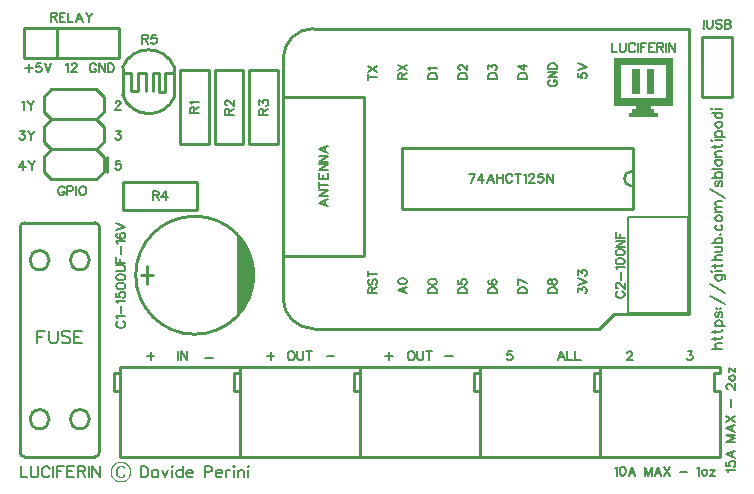
<source format=gto>
G04 Layer: TopSilkscreenLayer*
G04 EasyEDA v6.5.9, 2022-07-22 15:44:18*
G04 5ff184f8cbf64bab9cd3d91aa24c5a25,4245c91a3b6e4cf7aa995480f5c7e4a3,10*
G04 Gerber Generator version 0.2*
G04 Scale: 100 percent, Rotated: No, Reflected: No *
G04 Dimensions in millimeters *
G04 leading zeros omitted , absolute positions ,4 integer and 5 decimal *
%FSLAX45Y45*%
%MOMM*%

%ADD10C,0.2032*%
%ADD11C,0.2030*%
%ADD12C,0.1530*%
%ADD13C,0.1524*%
%ADD14C,0.2500*%
%ADD15C,0.2540*%
%ADD16C,0.1778*%
%ADD17C,0.0190*%

%LPD*%
G36*
X5073345Y14580666D02*
G01*
X5073345Y14518182D01*
X5510834Y14518182D01*
X5510834Y14236954D01*
X5135829Y14236954D01*
X5135829Y14518182D01*
X5073345Y14518182D01*
X5073345Y14174419D01*
X5260848Y14174419D01*
X5260848Y14143177D01*
X5229606Y14143177D01*
X5229606Y14111935D01*
X5198313Y14111935D01*
X5198313Y14080693D01*
X5448350Y14080693D01*
X5448350Y14111935D01*
X5417108Y14111935D01*
X5417108Y14143177D01*
X5385816Y14143177D01*
X5385816Y14174419D01*
X5573318Y14174419D01*
X5573318Y14580666D01*
G37*
G36*
X5229606Y14486940D02*
G01*
X5229606Y14268196D01*
X5292090Y14268196D01*
X5292090Y14486940D01*
G37*
G36*
X5354574Y14486940D02*
G01*
X5354574Y14268196D01*
X5417108Y14268196D01*
X5417108Y14486940D01*
G37*
G36*
X899921Y11160353D02*
G01*
X893927Y11160150D01*
X888085Y11159642D01*
X882345Y11158829D01*
X876706Y11157661D01*
X871270Y11156188D01*
X865936Y11154359D01*
X860806Y11152225D01*
X855878Y11149838D01*
X851153Y11147094D01*
X846632Y11144097D01*
X842314Y11140744D01*
X838250Y11137138D01*
X834440Y11133277D01*
X830884Y11129111D01*
X827633Y11124692D01*
X824687Y11119967D01*
X821994Y11114989D01*
X819607Y11109756D01*
X817575Y11104270D01*
X815898Y11098530D01*
X814578Y11092586D01*
X813612Y11086338D01*
X813003Y11079886D01*
X812800Y11073231D01*
X823976Y11073231D01*
X824230Y11080343D01*
X824941Y11087201D01*
X826109Y11093754D01*
X827735Y11100003D01*
X829818Y11105896D01*
X832256Y11111484D01*
X835101Y11116767D01*
X838352Y11121694D01*
X841908Y11126317D01*
X845870Y11130534D01*
X850087Y11134394D01*
X854659Y11137900D01*
X859485Y11140998D01*
X864565Y11143742D01*
X869950Y11146028D01*
X875537Y11147958D01*
X881329Y11149482D01*
X887374Y11150549D01*
X893571Y11151209D01*
X899921Y11151463D01*
X906221Y11151209D01*
X912317Y11150549D01*
X918311Y11149482D01*
X924052Y11147958D01*
X929589Y11146028D01*
X934923Y11143691D01*
X940003Y11140948D01*
X944778Y11137798D01*
X949299Y11134293D01*
X953566Y11130432D01*
X957427Y11126165D01*
X961034Y11121593D01*
X964234Y11116665D01*
X967079Y11111382D01*
X969518Y11105794D01*
X971600Y11099901D01*
X973226Y11093653D01*
X974394Y11087150D01*
X975106Y11080292D01*
X975360Y11073231D01*
X975106Y11066068D01*
X974394Y11059210D01*
X973226Y11052657D01*
X971600Y11046358D01*
X969518Y11040414D01*
X967079Y11034776D01*
X964234Y11029442D01*
X961034Y11024463D01*
X957427Y11019790D01*
X953566Y11015522D01*
X949299Y11011611D01*
X944778Y11008055D01*
X940003Y11004905D01*
X934923Y11002111D01*
X929589Y10999724D01*
X924052Y10997793D01*
X918311Y10996218D01*
X912317Y10995101D01*
X906221Y10994440D01*
X899921Y10994237D01*
X893571Y10994440D01*
X887374Y10995101D01*
X881329Y10996218D01*
X875537Y10997742D01*
X869950Y10999673D01*
X864565Y11002010D01*
X859485Y11004753D01*
X854659Y11007902D01*
X850087Y11011408D01*
X845870Y11015319D01*
X841908Y11019586D01*
X838352Y11024209D01*
X835101Y11029188D01*
X832256Y11034522D01*
X829818Y11040211D01*
X827735Y11046155D01*
X826109Y11052454D01*
X824941Y11059109D01*
X824230Y11066018D01*
X823976Y11073231D01*
X812800Y11073231D01*
X813003Y11066475D01*
X813612Y11060023D01*
X814578Y11053775D01*
X815898Y11047730D01*
X817575Y11041989D01*
X819607Y11036452D01*
X821994Y11031169D01*
X824687Y11026140D01*
X827633Y11021415D01*
X830884Y11016945D01*
X834440Y11012728D01*
X838250Y11008817D01*
X842314Y11005159D01*
X846632Y11001806D01*
X851153Y10998758D01*
X855878Y10995964D01*
X860806Y10993526D01*
X865936Y10991392D01*
X871270Y10989564D01*
X876706Y10988040D01*
X882345Y10986871D01*
X888085Y10986008D01*
X893927Y10985500D01*
X899921Y10985347D01*
X905865Y10985500D01*
X911707Y10986008D01*
X917448Y10986871D01*
X923036Y10988040D01*
X928471Y10989564D01*
X933754Y10991392D01*
X938834Y10993526D01*
X943762Y10995964D01*
X948486Y10998758D01*
X953008Y11001806D01*
X957326Y11005159D01*
X961339Y11008817D01*
X965149Y11012728D01*
X968705Y11016945D01*
X971956Y11021415D01*
X974953Y11026140D01*
X977595Y11031169D01*
X979982Y11036452D01*
X982014Y11041989D01*
X983691Y11047730D01*
X985012Y11053775D01*
X985977Y11060023D01*
X986586Y11066475D01*
X986790Y11073231D01*
X986586Y11079886D01*
X985977Y11086338D01*
X985012Y11092586D01*
X983691Y11098530D01*
X982014Y11104270D01*
X979982Y11109756D01*
X977595Y11114989D01*
X974953Y11119967D01*
X971956Y11124692D01*
X968705Y11129111D01*
X965149Y11133277D01*
X961339Y11137138D01*
X957326Y11140744D01*
X953008Y11144097D01*
X948486Y11147094D01*
X943762Y11149838D01*
X938834Y11152225D01*
X933754Y11154359D01*
X928471Y11156188D01*
X923036Y11157661D01*
X917448Y11158829D01*
X911707Y11159642D01*
X905865Y11160150D01*
G37*
G36*
X903732Y11124539D02*
G01*
X896874Y11124082D01*
X890422Y11122812D01*
X884275Y11120729D01*
X878586Y11117884D01*
X873404Y11114328D01*
X868730Y11110112D01*
X864666Y11105286D01*
X861212Y11099850D01*
X858418Y11093856D01*
X856386Y11087404D01*
X855116Y11080496D01*
X854710Y11073231D01*
X855116Y11065865D01*
X856335Y11058956D01*
X858316Y11052505D01*
X861009Y11046561D01*
X864362Y11041176D01*
X868375Y11036350D01*
X872998Y11032185D01*
X878128Y11028680D01*
X883869Y11025886D01*
X890066Y11023854D01*
X896670Y11022584D01*
X903732Y11022177D01*
X911707Y11022533D01*
X919276Y11023803D01*
X926490Y11025886D01*
X933450Y11029035D01*
X934212Y11053165D01*
X924052Y11053165D01*
X920496Y11033607D01*
X916482Y11032337D01*
X912571Y11031575D01*
X908913Y11031169D01*
X905764Y11031067D01*
X900937Y11031372D01*
X896416Y11032286D01*
X892149Y11033810D01*
X888288Y11035944D01*
X884732Y11038636D01*
X881583Y11041938D01*
X878840Y11045799D01*
X876503Y11050219D01*
X874674Y11055146D01*
X873353Y11060633D01*
X872540Y11066678D01*
X872236Y11073231D01*
X872540Y11079937D01*
X873404Y11086084D01*
X874826Y11091672D01*
X876757Y11096701D01*
X879144Y11101171D01*
X881989Y11105032D01*
X885190Y11108334D01*
X888796Y11111026D01*
X892708Y11113160D01*
X896924Y11114684D01*
X901344Y11115598D01*
X906018Y11115903D01*
X909167Y11115802D01*
X912418Y11115395D01*
X915822Y11114684D01*
X919226Y11113617D01*
X923036Y11093297D01*
X932687Y11093297D01*
X931926Y11117427D01*
X925220Y11120780D01*
X918565Y11122964D01*
X911555Y11124184D01*
G37*
D10*
X5054600Y14703552D02*
G01*
X5054600Y14627097D01*
X5054600Y14627097D02*
G01*
X5098288Y14627097D01*
X5122163Y14703552D02*
G01*
X5122163Y14648942D01*
X5125974Y14638020D01*
X5133086Y14630654D01*
X5144008Y14627097D01*
X5151374Y14627097D01*
X5162295Y14630654D01*
X5169408Y14638020D01*
X5173218Y14648942D01*
X5173218Y14703552D01*
X5251704Y14685263D02*
G01*
X5248147Y14692629D01*
X5240781Y14699995D01*
X5233415Y14703552D01*
X5218938Y14703552D01*
X5211572Y14699995D01*
X5204459Y14692629D01*
X5200904Y14685263D01*
X5197093Y14674342D01*
X5197093Y14656307D01*
X5200904Y14645386D01*
X5204459Y14638020D01*
X5211572Y14630654D01*
X5218938Y14627097D01*
X5233415Y14627097D01*
X5240781Y14630654D01*
X5248147Y14638020D01*
X5251704Y14645386D01*
X5275579Y14703552D02*
G01*
X5275579Y14627097D01*
X5299709Y14703552D02*
G01*
X5299709Y14627097D01*
X5299709Y14703552D02*
G01*
X5346954Y14703552D01*
X5299709Y14667229D02*
G01*
X5328665Y14667229D01*
X5371084Y14703552D02*
G01*
X5371084Y14627097D01*
X5371084Y14703552D02*
G01*
X5418327Y14703552D01*
X5371084Y14667229D02*
G01*
X5400040Y14667229D01*
X5371084Y14627097D02*
G01*
X5418327Y14627097D01*
X5442204Y14703552D02*
G01*
X5442204Y14627097D01*
X5442204Y14703552D02*
G01*
X5474970Y14703552D01*
X5485891Y14699995D01*
X5489447Y14696186D01*
X5493258Y14689074D01*
X5493258Y14681707D01*
X5489447Y14674342D01*
X5485891Y14670786D01*
X5474970Y14667229D01*
X5442204Y14667229D01*
X5467604Y14667229D02*
G01*
X5493258Y14627097D01*
X5517134Y14703552D02*
G01*
X5517134Y14627097D01*
X5541263Y14703552D02*
G01*
X5541263Y14627097D01*
X5541263Y14703552D02*
G01*
X5592063Y14627097D01*
X5592063Y14703552D02*
G01*
X5592063Y14627097D01*
D11*
X5080000Y11102594D02*
G01*
X5087365Y11106150D01*
X5098288Y11117071D01*
X5098288Y11040618D01*
X5144008Y11117071D02*
G01*
X5133086Y11113515D01*
X5125720Y11102594D01*
X5122163Y11084305D01*
X5122163Y11073384D01*
X5125720Y11055095D01*
X5133086Y11044174D01*
X5144008Y11040618D01*
X5151374Y11040618D01*
X5162295Y11044174D01*
X5169408Y11055095D01*
X5172963Y11073384D01*
X5172963Y11084305D01*
X5169408Y11102594D01*
X5162295Y11113515D01*
X5151374Y11117071D01*
X5144008Y11117071D01*
X5226304Y11117071D02*
G01*
X5197093Y11040618D01*
X5226304Y11117071D02*
G01*
X5255259Y11040618D01*
X5208015Y11066018D02*
G01*
X5244338Y11066018D01*
X5335270Y11117071D02*
G01*
X5335270Y11040618D01*
X5335270Y11117071D02*
G01*
X5364479Y11040618D01*
X5393436Y11117071D02*
G01*
X5364479Y11040618D01*
X5393436Y11117071D02*
G01*
X5393436Y11040618D01*
X5446522Y11117071D02*
G01*
X5417565Y11040618D01*
X5446522Y11117071D02*
G01*
X5475731Y11040618D01*
X5428488Y11066018D02*
G01*
X5464809Y11066018D01*
X5499608Y11117071D02*
G01*
X5550661Y11040618D01*
X5550661Y11117071D02*
G01*
X5499608Y11040618D01*
X5630672Y11073384D02*
G01*
X5695950Y11073384D01*
X5775959Y11102594D02*
G01*
X5783325Y11106150D01*
X5794247Y11117071D01*
X5794247Y11040618D01*
X5836411Y11091671D02*
G01*
X5829045Y11087862D01*
X5821934Y11080750D01*
X5818124Y11069828D01*
X5818124Y11062462D01*
X5821934Y11051539D01*
X5829045Y11044174D01*
X5836411Y11040618D01*
X5847334Y11040618D01*
X5854445Y11044174D01*
X5861811Y11051539D01*
X5865368Y11062462D01*
X5865368Y11069828D01*
X5861811Y11080750D01*
X5854445Y11087862D01*
X5847334Y11091671D01*
X5836411Y11091671D01*
X5929375Y11091671D02*
G01*
X5889497Y11040618D01*
X5889497Y11091671D02*
G01*
X5929375Y11091671D01*
X5889497Y11040618D02*
G01*
X5929375Y11040618D01*
X6039865Y11074400D02*
G01*
X6036309Y11081765D01*
X6025388Y11092687D01*
X6101841Y11092687D01*
X6025388Y11160252D02*
G01*
X6025388Y11123929D01*
X6058154Y11120120D01*
X6054597Y11123929D01*
X6050788Y11134852D01*
X6050788Y11145774D01*
X6054597Y11156695D01*
X6061709Y11163808D01*
X6072631Y11167363D01*
X6079997Y11167363D01*
X6090920Y11163808D01*
X6098286Y11156695D01*
X6101841Y11145774D01*
X6101841Y11134852D01*
X6098286Y11123929D01*
X6094475Y11120120D01*
X6087363Y11116563D01*
X6025388Y11220704D02*
G01*
X6101841Y11191494D01*
X6025388Y11220704D02*
G01*
X6101841Y11249660D01*
X6076441Y11202415D02*
G01*
X6076441Y11238737D01*
X6025388Y11329670D02*
G01*
X6101841Y11329670D01*
X6025388Y11329670D02*
G01*
X6101841Y11358879D01*
X6025388Y11387836D02*
G01*
X6101841Y11358879D01*
X6025388Y11387836D02*
G01*
X6101841Y11387836D01*
X6025388Y11440921D02*
G01*
X6101841Y11411965D01*
X6025388Y11440921D02*
G01*
X6101841Y11470131D01*
X6076441Y11422887D02*
G01*
X6076441Y11459210D01*
X6025388Y11494008D02*
G01*
X6101841Y11545062D01*
X6025388Y11545062D02*
G01*
X6101841Y11494008D01*
X6069075Y11624818D02*
G01*
X6069075Y11690350D01*
X6043675Y11773915D02*
G01*
X6039865Y11773915D01*
X6032754Y11777726D01*
X6028943Y11781281D01*
X6025388Y11788647D01*
X6025388Y11803126D01*
X6028943Y11810492D01*
X6032754Y11814047D01*
X6039865Y11817604D01*
X6047231Y11817604D01*
X6054597Y11814047D01*
X6065520Y11806681D01*
X6101841Y11770360D01*
X6101841Y11821413D01*
X6050788Y11863578D02*
G01*
X6054597Y11856212D01*
X6061709Y11848845D01*
X6072631Y11845289D01*
X6079997Y11845289D01*
X6090920Y11848845D01*
X6098286Y11856212D01*
X6101841Y11863578D01*
X6101841Y11874500D01*
X6098286Y11881612D01*
X6090920Y11888978D01*
X6079997Y11892534D01*
X6072631Y11892534D01*
X6061709Y11888978D01*
X6054597Y11881612D01*
X6050788Y11874500D01*
X6050788Y11863578D01*
X6050788Y11956542D02*
G01*
X6101841Y11916663D01*
X6050788Y11916663D02*
G01*
X6050788Y11956542D01*
X6101841Y11916663D02*
G01*
X6101841Y11956542D01*
D10*
X1384300Y12094971D02*
G01*
X1384300Y12018518D01*
X1408176Y12094971D02*
G01*
X1408176Y12018518D01*
X1408176Y12094971D02*
G01*
X1459229Y12018518D01*
X1459229Y12094971D02*
G01*
X1459229Y12018518D01*
X3349243Y12094971D02*
G01*
X3341877Y12091415D01*
X3334765Y12084050D01*
X3330956Y12076684D01*
X3327400Y12065762D01*
X3327400Y12047728D01*
X3330956Y12036805D01*
X3334765Y12029439D01*
X3341877Y12022074D01*
X3349243Y12018518D01*
X3363722Y12018518D01*
X3371088Y12022074D01*
X3378200Y12029439D01*
X3382009Y12036805D01*
X3385565Y12047728D01*
X3385565Y12065762D01*
X3382009Y12076684D01*
X3378200Y12084050D01*
X3371088Y12091415D01*
X3363722Y12094971D01*
X3349243Y12094971D01*
X3409695Y12094971D02*
G01*
X3409695Y12040362D01*
X3413252Y12029439D01*
X3420363Y12022074D01*
X3431286Y12018518D01*
X3438652Y12018518D01*
X3449574Y12022074D01*
X3456940Y12029439D01*
X3460495Y12040362D01*
X3460495Y12094971D01*
X3510025Y12094971D02*
G01*
X3510025Y12018518D01*
X3484372Y12094971D02*
G01*
X3535425Y12094971D01*
X2333243Y12094971D02*
G01*
X2325877Y12091415D01*
X2318765Y12084050D01*
X2314956Y12076684D01*
X2311400Y12065762D01*
X2311400Y12047728D01*
X2314956Y12036805D01*
X2318765Y12029439D01*
X2325877Y12022074D01*
X2333243Y12018518D01*
X2347722Y12018518D01*
X2355088Y12022074D01*
X2362200Y12029439D01*
X2366009Y12036805D01*
X2369565Y12047728D01*
X2369565Y12065762D01*
X2366009Y12076684D01*
X2362200Y12084050D01*
X2355088Y12091415D01*
X2347722Y12094971D01*
X2333243Y12094971D01*
X2393695Y12094971D02*
G01*
X2393695Y12040362D01*
X2397252Y12029439D01*
X2404363Y12022074D01*
X2415286Y12018518D01*
X2422652Y12018518D01*
X2433574Y12022074D01*
X2440940Y12029439D01*
X2444495Y12040362D01*
X2444495Y12094971D01*
X2494025Y12094971D02*
G01*
X2494025Y12018518D01*
X2468372Y12094971D02*
G01*
X2519425Y12094971D01*
X74421Y13707871D02*
G01*
X38100Y13656818D01*
X92710Y13656818D01*
X74421Y13707871D02*
G01*
X74421Y13631418D01*
X116586Y13707871D02*
G01*
X145795Y13671550D01*
X145795Y13631418D01*
X174752Y13707871D02*
G01*
X145795Y13671550D01*
X45465Y13961871D02*
G01*
X85344Y13961871D01*
X63500Y13932662D01*
X74421Y13932662D01*
X81787Y13929105D01*
X85344Y13925550D01*
X88900Y13914628D01*
X88900Y13907262D01*
X85344Y13896339D01*
X77978Y13888974D01*
X67310Y13885418D01*
X56387Y13885418D01*
X45465Y13888974D01*
X41655Y13892784D01*
X38100Y13899895D01*
X113029Y13961871D02*
G01*
X141986Y13925550D01*
X141986Y13885418D01*
X171195Y13961871D02*
G01*
X141986Y13925550D01*
X63500Y14201394D02*
G01*
X70865Y14204950D01*
X81787Y14215871D01*
X81787Y14139418D01*
X105663Y14215871D02*
G01*
X134873Y14179550D01*
X134873Y14139418D01*
X163829Y14215871D02*
G01*
X134873Y14179550D01*
X894587Y13707871D02*
G01*
X858265Y13707871D01*
X854455Y13675105D01*
X858265Y13678662D01*
X869187Y13682471D01*
X880110Y13682471D01*
X890778Y13678662D01*
X898144Y13671550D01*
X901700Y13660628D01*
X901700Y13653262D01*
X898144Y13642339D01*
X890778Y13634974D01*
X880110Y13631418D01*
X869187Y13631418D01*
X858265Y13634974D01*
X854455Y13638784D01*
X850900Y13645895D01*
X858265Y13961871D02*
G01*
X898144Y13961871D01*
X876300Y13932662D01*
X887221Y13932662D01*
X894587Y13929105D01*
X898144Y13925550D01*
X901700Y13914628D01*
X901700Y13907262D01*
X898144Y13896339D01*
X890778Y13888974D01*
X880110Y13885418D01*
X869187Y13885418D01*
X858265Y13888974D01*
X854455Y13892784D01*
X850900Y13899895D01*
X854455Y14197584D02*
G01*
X854455Y14201394D01*
X858265Y14208505D01*
X861821Y14212316D01*
X869187Y14215871D01*
X883665Y14215871D01*
X890778Y14212316D01*
X894587Y14208505D01*
X898144Y14201394D01*
X898144Y14194028D01*
X894587Y14186662D01*
X887221Y14175739D01*
X850900Y14139418D01*
X901700Y14139418D01*
D11*
X5903468Y12115800D02*
G01*
X5989574Y12115800D01*
X5948679Y12115800D02*
G01*
X5936234Y12127992D01*
X5932170Y12136374D01*
X5932170Y12148565D01*
X5936234Y12156694D01*
X5948679Y12160758D01*
X5989574Y12160758D01*
X5903468Y12200128D02*
G01*
X5973063Y12200128D01*
X5985509Y12204192D01*
X5989574Y12212320D01*
X5989574Y12220447D01*
X5932170Y12187681D02*
G01*
X5932170Y12216384D01*
X5903468Y12259818D02*
G01*
X5973063Y12259818D01*
X5985509Y12263881D01*
X5989574Y12272010D01*
X5989574Y12280137D01*
X5932170Y12247626D02*
G01*
X5932170Y12276074D01*
X5932170Y12307315D02*
G01*
X6018022Y12307315D01*
X5944615Y12307315D02*
G01*
X5936234Y12315444D01*
X5932170Y12323571D01*
X5932170Y12335763D01*
X5936234Y12344145D01*
X5944615Y12352274D01*
X5956808Y12356337D01*
X5964936Y12356337D01*
X5977127Y12352274D01*
X5985509Y12344145D01*
X5989574Y12335763D01*
X5989574Y12323571D01*
X5985509Y12315444D01*
X5977127Y12307315D01*
X5944615Y12428220D02*
G01*
X5936234Y12424155D01*
X5932170Y12411963D01*
X5932170Y12399771D01*
X5936234Y12387326D01*
X5944615Y12383262D01*
X5952743Y12387326D01*
X5956808Y12395708D01*
X5960872Y12416028D01*
X5964936Y12424155D01*
X5973063Y12428220D01*
X5977127Y12428220D01*
X5985509Y12424155D01*
X5989574Y12411963D01*
X5989574Y12399771D01*
X5985509Y12387326D01*
X5977127Y12383262D01*
X5940297Y12459462D02*
G01*
X5944615Y12455397D01*
X5948679Y12459462D01*
X5944615Y12463526D01*
X5940297Y12459462D01*
X5969000Y12459462D02*
G01*
X5973063Y12455397D01*
X5977127Y12459462D01*
X5973063Y12463526D01*
X5969000Y12459462D01*
X5887211Y12564110D02*
G01*
X6018022Y12490450D01*
X5887211Y12664694D02*
G01*
X6018022Y12591287D01*
X5932170Y12740894D02*
G01*
X5997702Y12740894D01*
X6009893Y12736829D01*
X6013958Y12732765D01*
X6018022Y12724637D01*
X6018022Y12712192D01*
X6013958Y12704063D01*
X5944615Y12740894D02*
G01*
X5936234Y12732765D01*
X5932170Y12724637D01*
X5932170Y12712192D01*
X5936234Y12704063D01*
X5944615Y12695936D01*
X5956808Y12691871D01*
X5964936Y12691871D01*
X5977127Y12695936D01*
X5985509Y12704063D01*
X5989574Y12712192D01*
X5989574Y12724637D01*
X5985509Y12732765D01*
X5977127Y12740894D01*
X5903468Y12767818D02*
G01*
X5907786Y12771881D01*
X5903468Y12775945D01*
X5899404Y12771881D01*
X5903468Y12767818D01*
X5932170Y12771881D02*
G01*
X5989574Y12771881D01*
X5903468Y12815315D02*
G01*
X5973063Y12815315D01*
X5985509Y12819379D01*
X5989574Y12827508D01*
X5989574Y12835889D01*
X5932170Y12803124D02*
G01*
X5932170Y12831826D01*
X5903468Y12862813D02*
G01*
X5989574Y12862813D01*
X5948679Y12862813D02*
G01*
X5936234Y12875005D01*
X5932170Y12883134D01*
X5932170Y12895579D01*
X5936234Y12903708D01*
X5948679Y12907771D01*
X5989574Y12907771D01*
X5932170Y12934695D02*
G01*
X5973063Y12934695D01*
X5985509Y12939013D01*
X5989574Y12947142D01*
X5989574Y12959334D01*
X5985509Y12967462D01*
X5973063Y12979908D01*
X5932170Y12979908D02*
G01*
X5989574Y12979908D01*
X5903468Y13006831D02*
G01*
X5989574Y13006831D01*
X5944615Y13006831D02*
G01*
X5936234Y13014960D01*
X5932170Y13023087D01*
X5932170Y13035534D01*
X5936234Y13043662D01*
X5944615Y13051789D01*
X5956808Y13055854D01*
X5964936Y13055854D01*
X5977127Y13051789D01*
X5985509Y13043662D01*
X5989574Y13035534D01*
X5989574Y13023087D01*
X5985509Y13014960D01*
X5977127Y13006831D01*
X5969000Y13087095D02*
G01*
X5973063Y13082778D01*
X5977127Y13087095D01*
X5973063Y13091160D01*
X5969000Y13087095D01*
X5944615Y13167105D02*
G01*
X5936234Y13158978D01*
X5932170Y13150850D01*
X5932170Y13138404D01*
X5936234Y13130276D01*
X5944615Y13122147D01*
X5956808Y13118084D01*
X5964936Y13118084D01*
X5977127Y13122147D01*
X5985509Y13130276D01*
X5989574Y13138404D01*
X5989574Y13150850D01*
X5985509Y13158978D01*
X5977127Y13167105D01*
X5932170Y13214604D02*
G01*
X5936234Y13206476D01*
X5944615Y13198347D01*
X5956808Y13194284D01*
X5964936Y13194284D01*
X5977127Y13198347D01*
X5985509Y13206476D01*
X5989574Y13214604D01*
X5989574Y13226795D01*
X5985509Y13235178D01*
X5977127Y13243305D01*
X5964936Y13247370D01*
X5956808Y13247370D01*
X5944615Y13243305D01*
X5936234Y13235178D01*
X5932170Y13226795D01*
X5932170Y13214604D01*
X5932170Y13274294D02*
G01*
X5989574Y13274294D01*
X5948679Y13274294D02*
G01*
X5936234Y13286739D01*
X5932170Y13294868D01*
X5932170Y13307060D01*
X5936234Y13315187D01*
X5948679Y13319252D01*
X5989574Y13319252D01*
X5948679Y13319252D02*
G01*
X5936234Y13331697D01*
X5932170Y13339826D01*
X5932170Y13352018D01*
X5936234Y13360145D01*
X5948679Y13364463D01*
X5989574Y13364463D01*
X5887211Y13465047D02*
G01*
X6018022Y13391387D01*
X5944615Y13536929D02*
G01*
X5936234Y13532866D01*
X5932170Y13520674D01*
X5932170Y13508228D01*
X5936234Y13496036D01*
X5944615Y13491971D01*
X5952743Y13496036D01*
X5956808Y13504163D01*
X5960872Y13524737D01*
X5964936Y13532866D01*
X5973063Y13536929D01*
X5977127Y13536929D01*
X5985509Y13532866D01*
X5989574Y13520674D01*
X5989574Y13508228D01*
X5985509Y13496036D01*
X5977127Y13491971D01*
X5903468Y13564107D02*
G01*
X5989574Y13564107D01*
X5944615Y13564107D02*
G01*
X5936234Y13572236D01*
X5932170Y13580363D01*
X5932170Y13592555D01*
X5936234Y13600684D01*
X5944615Y13609066D01*
X5956808Y13613129D01*
X5964936Y13613129D01*
X5977127Y13609066D01*
X5985509Y13600684D01*
X5989574Y13592555D01*
X5989574Y13580363D01*
X5985509Y13572236D01*
X5977127Y13564107D01*
X5903468Y13640054D02*
G01*
X5989574Y13640054D01*
X5932170Y13716254D02*
G01*
X5989574Y13716254D01*
X5944615Y13716254D02*
G01*
X5936234Y13707871D01*
X5932170Y13699744D01*
X5932170Y13687552D01*
X5936234Y13679424D01*
X5944615Y13671042D01*
X5956808Y13666978D01*
X5964936Y13666978D01*
X5977127Y13671042D01*
X5985509Y13679424D01*
X5989574Y13687552D01*
X5989574Y13699744D01*
X5985509Y13707871D01*
X5977127Y13716254D01*
X5932170Y13743178D02*
G01*
X5989574Y13743178D01*
X5948679Y13743178D02*
G01*
X5936234Y13755370D01*
X5932170Y13763497D01*
X5932170Y13775944D01*
X5936234Y13784071D01*
X5948679Y13788136D01*
X5989574Y13788136D01*
X5903468Y13827505D02*
G01*
X5973063Y13827505D01*
X5985509Y13831570D01*
X5989574Y13839697D01*
X5989574Y13847826D01*
X5932170Y13815060D02*
G01*
X5932170Y13843762D01*
X5903468Y13875004D02*
G01*
X5907786Y13879068D01*
X5903468Y13883131D01*
X5899404Y13879068D01*
X5903468Y13875004D01*
X5932170Y13879068D02*
G01*
X5989574Y13879068D01*
X5932170Y13910055D02*
G01*
X6018022Y13910055D01*
X5944615Y13910055D02*
G01*
X5936234Y13918184D01*
X5932170Y13926312D01*
X5932170Y13938757D01*
X5936234Y13946886D01*
X5944615Y13955013D01*
X5956808Y13959078D01*
X5964936Y13959078D01*
X5977127Y13955013D01*
X5985509Y13946886D01*
X5989574Y13938757D01*
X5989574Y13926312D01*
X5985509Y13918184D01*
X5977127Y13910055D01*
X5932170Y14006576D02*
G01*
X5936234Y13998447D01*
X5944615Y13990320D01*
X5956808Y13986255D01*
X5964936Y13986255D01*
X5977127Y13990320D01*
X5985509Y13998447D01*
X5989574Y14006576D01*
X5989574Y14018768D01*
X5985509Y14027150D01*
X5977127Y14035278D01*
X5964936Y14039342D01*
X5956808Y14039342D01*
X5944615Y14035278D01*
X5936234Y14027150D01*
X5932170Y14018768D01*
X5932170Y14006576D01*
X5903468Y14115542D02*
G01*
X5989574Y14115542D01*
X5944615Y14115542D02*
G01*
X5936234Y14107160D01*
X5932170Y14099031D01*
X5932170Y14086839D01*
X5936234Y14078712D01*
X5944615Y14070329D01*
X5956808Y14066266D01*
X5964936Y14066266D01*
X5977127Y14070329D01*
X5985509Y14078712D01*
X5989574Y14086839D01*
X5989574Y14099031D01*
X5985509Y14107160D01*
X5977127Y14115542D01*
X5903468Y14142466D02*
G01*
X5907786Y14146529D01*
X5903468Y14150594D01*
X5899404Y14146529D01*
X5903468Y14142466D01*
X5932170Y14146529D02*
G01*
X5989574Y14146529D01*
D12*
X121724Y14522465D02*
G01*
X121724Y14456933D01*
X88958Y14489699D02*
G01*
X154236Y14489699D01*
X222054Y14533387D02*
G01*
X185732Y14533387D01*
X181922Y14500621D01*
X185732Y14504177D01*
X196654Y14507987D01*
X207322Y14507987D01*
X218244Y14504177D01*
X225610Y14497065D01*
X229166Y14486143D01*
X229166Y14478777D01*
X225610Y14467855D01*
X218244Y14460489D01*
X207322Y14456933D01*
X196654Y14456933D01*
X185732Y14460489D01*
X181922Y14464299D01*
X178366Y14471411D01*
X253296Y14533387D02*
G01*
X282252Y14456933D01*
X311462Y14533387D02*
G01*
X282252Y14456933D01*
D11*
X689554Y14515175D02*
G01*
X685998Y14522541D01*
X678632Y14529653D01*
X671266Y14533209D01*
X656788Y14533209D01*
X649422Y14529653D01*
X642310Y14522541D01*
X638754Y14515175D01*
X634944Y14504253D01*
X634944Y14485965D01*
X638754Y14475043D01*
X642310Y14467931D01*
X649422Y14460565D01*
X656788Y14457009D01*
X671266Y14457009D01*
X678632Y14460565D01*
X685998Y14467931D01*
X689554Y14475043D01*
X689554Y14485965D01*
X671266Y14485965D02*
G01*
X689554Y14485965D01*
X713430Y14533209D02*
G01*
X713430Y14457009D01*
X713430Y14533209D02*
G01*
X764484Y14457009D01*
X764484Y14533209D02*
G01*
X764484Y14457009D01*
X788360Y14533209D02*
G01*
X788360Y14457009D01*
X788360Y14533209D02*
G01*
X814014Y14533209D01*
X824936Y14529653D01*
X832048Y14522541D01*
X835604Y14515175D01*
X839414Y14504253D01*
X839414Y14485965D01*
X835604Y14475043D01*
X832048Y14467931D01*
X824936Y14460565D01*
X814014Y14457009D01*
X788360Y14457009D01*
X436118Y14518894D02*
G01*
X443229Y14522450D01*
X454152Y14533371D01*
X454152Y14456918D01*
X481837Y14515084D02*
G01*
X481837Y14518894D01*
X485394Y14526005D01*
X489204Y14529816D01*
X496315Y14533371D01*
X511047Y14533371D01*
X518160Y14529816D01*
X521970Y14526005D01*
X525526Y14518894D01*
X525526Y14511528D01*
X521970Y14504162D01*
X514604Y14493239D01*
X478281Y14456918D01*
X529081Y14456918D01*
D10*
X50800Y11121897D02*
G01*
X50800Y11026394D01*
X50800Y11026394D02*
G01*
X105410Y11026394D01*
X135381Y11121897D02*
G01*
X135381Y11053826D01*
X139954Y11040110D01*
X149097Y11030965D01*
X162560Y11026394D01*
X171704Y11026394D01*
X185420Y11030965D01*
X194310Y11040110D01*
X198881Y11053826D01*
X198881Y11121897D01*
X297179Y11099292D02*
G01*
X292607Y11108436D01*
X283463Y11117326D01*
X274320Y11121897D01*
X256286Y11121897D01*
X247142Y11117326D01*
X237997Y11108436D01*
X233426Y11099292D01*
X229107Y11085576D01*
X229107Y11062970D01*
X233426Y11049254D01*
X237997Y11040110D01*
X247142Y11030965D01*
X256286Y11026394D01*
X274320Y11026394D01*
X283463Y11030965D01*
X292607Y11040110D01*
X297179Y11049254D01*
X327152Y11121897D02*
G01*
X327152Y11026394D01*
X357123Y11121897D02*
G01*
X357123Y11026394D01*
X357123Y11121897D02*
G01*
X416305Y11121897D01*
X357123Y11076431D02*
G01*
X393445Y11076431D01*
X446278Y11121897D02*
G01*
X446278Y11026394D01*
X446278Y11121897D02*
G01*
X505460Y11121897D01*
X446278Y11076431D02*
G01*
X482600Y11076431D01*
X446278Y11026394D02*
G01*
X505460Y11026394D01*
X535431Y11121897D02*
G01*
X535431Y11026394D01*
X535431Y11121897D02*
G01*
X576326Y11121897D01*
X589787Y11117326D01*
X594360Y11112754D01*
X598931Y11103863D01*
X598931Y11094720D01*
X594360Y11085576D01*
X589787Y11081004D01*
X576326Y11076431D01*
X535431Y11076431D01*
X567181Y11076431D02*
G01*
X598931Y11026394D01*
X628904Y11121897D02*
G01*
X628904Y11026394D01*
X658876Y11121897D02*
G01*
X658876Y11026394D01*
X658876Y11121897D02*
G01*
X722629Y11026394D01*
X722629Y11121897D02*
G01*
X722629Y11026394D01*
X1066800Y11121897D02*
G01*
X1066800Y11026394D01*
X1066800Y11121897D02*
G01*
X1098550Y11121897D01*
X1112265Y11117326D01*
X1121410Y11108436D01*
X1125981Y11099292D01*
X1130554Y11085576D01*
X1130554Y11062970D01*
X1125981Y11049254D01*
X1121410Y11040110D01*
X1112265Y11030965D01*
X1098550Y11026394D01*
X1066800Y11026394D01*
X1214881Y11090147D02*
G01*
X1214881Y11026394D01*
X1214881Y11076431D02*
G01*
X1205992Y11085576D01*
X1196847Y11090147D01*
X1183131Y11090147D01*
X1173987Y11085576D01*
X1165097Y11076431D01*
X1160526Y11062970D01*
X1160526Y11053826D01*
X1165097Y11040110D01*
X1173987Y11030965D01*
X1183131Y11026394D01*
X1196847Y11026394D01*
X1205992Y11030965D01*
X1214881Y11040110D01*
X1245107Y11090147D02*
G01*
X1272286Y11026394D01*
X1299463Y11090147D02*
G01*
X1272286Y11026394D01*
X1329436Y11121897D02*
G01*
X1334007Y11117326D01*
X1338579Y11121897D01*
X1334007Y11126470D01*
X1329436Y11121897D01*
X1334007Y11090147D02*
G01*
X1334007Y11026394D01*
X1423162Y11121897D02*
G01*
X1423162Y11026394D01*
X1423162Y11076431D02*
G01*
X1414018Y11085576D01*
X1404873Y11090147D01*
X1391412Y11090147D01*
X1382268Y11085576D01*
X1373123Y11076431D01*
X1368552Y11062970D01*
X1368552Y11053826D01*
X1373123Y11040110D01*
X1382268Y11030965D01*
X1391412Y11026394D01*
X1404873Y11026394D01*
X1414018Y11030965D01*
X1423162Y11040110D01*
X1453134Y11062970D02*
G01*
X1507744Y11062970D01*
X1507744Y11071860D01*
X1503171Y11081004D01*
X1498600Y11085576D01*
X1489455Y11090147D01*
X1475994Y11090147D01*
X1466850Y11085576D01*
X1457705Y11076431D01*
X1453134Y11062970D01*
X1453134Y11053826D01*
X1457705Y11040110D01*
X1466850Y11030965D01*
X1475994Y11026394D01*
X1489455Y11026394D01*
X1498600Y11030965D01*
X1507744Y11040110D01*
X1607820Y11121897D02*
G01*
X1607820Y11026394D01*
X1607820Y11121897D02*
G01*
X1648713Y11121897D01*
X1662176Y11117326D01*
X1666747Y11112754D01*
X1671320Y11103863D01*
X1671320Y11090147D01*
X1666747Y11081004D01*
X1662176Y11076431D01*
X1648713Y11071860D01*
X1607820Y11071860D01*
X1701292Y11062970D02*
G01*
X1755902Y11062970D01*
X1755902Y11071860D01*
X1751329Y11081004D01*
X1746757Y11085576D01*
X1737613Y11090147D01*
X1724152Y11090147D01*
X1715007Y11085576D01*
X1705863Y11076431D01*
X1701292Y11062970D01*
X1701292Y11053826D01*
X1705863Y11040110D01*
X1715007Y11030965D01*
X1724152Y11026394D01*
X1737613Y11026394D01*
X1746757Y11030965D01*
X1755902Y11040110D01*
X1785873Y11090147D02*
G01*
X1785873Y11026394D01*
X1785873Y11062970D02*
G01*
X1790445Y11076431D01*
X1799589Y11085576D01*
X1808734Y11090147D01*
X1822195Y11090147D01*
X1852168Y11121897D02*
G01*
X1856739Y11117326D01*
X1861312Y11121897D01*
X1856739Y11126470D01*
X1852168Y11121897D01*
X1856739Y11090147D02*
G01*
X1856739Y11026394D01*
X1891284Y11090147D02*
G01*
X1891284Y11026394D01*
X1891284Y11071860D02*
G01*
X1905000Y11085576D01*
X1914144Y11090147D01*
X1927605Y11090147D01*
X1936750Y11085576D01*
X1941322Y11071860D01*
X1941322Y11026394D01*
X1971293Y11121897D02*
G01*
X1975865Y11117326D01*
X1980438Y11121897D01*
X1975865Y11126470D01*
X1971293Y11121897D01*
X1975865Y11090147D02*
G01*
X1975865Y11026394D01*
D12*
X2573527Y13351510D02*
G01*
X2649981Y13322300D01*
X2573527Y13351510D02*
G01*
X2649981Y13380466D01*
X2624581Y13333221D02*
G01*
X2624581Y13369544D01*
X2573527Y13404595D02*
G01*
X2649981Y13404595D01*
X2573527Y13404595D02*
G01*
X2649981Y13455395D01*
X2573527Y13455395D02*
G01*
X2649981Y13455395D01*
X2573527Y13504926D02*
G01*
X2649981Y13504926D01*
X2573527Y13479271D02*
G01*
X2573527Y13530326D01*
X2573527Y13554202D02*
G01*
X2649981Y13554202D01*
X2573527Y13554202D02*
G01*
X2573527Y13601445D01*
X2609850Y13554202D02*
G01*
X2609850Y13583412D01*
X2649981Y13554202D02*
G01*
X2649981Y13601445D01*
X2573527Y13625576D02*
G01*
X2649981Y13625576D01*
X2573527Y13625576D02*
G01*
X2649981Y13676376D01*
X2573527Y13676376D02*
G01*
X2649981Y13676376D01*
X2573527Y13700505D02*
G01*
X2649981Y13700505D01*
X2573527Y13700505D02*
G01*
X2649981Y13751305D01*
X2573527Y13751305D02*
G01*
X2649981Y13751305D01*
X2573527Y13804392D02*
G01*
X2649981Y13775436D01*
X2573527Y13804392D02*
G01*
X2649981Y13833602D01*
X2624581Y13786357D02*
G01*
X2624581Y13822679D01*
X1485950Y14114018D02*
G01*
X1562150Y14114018D01*
X1485950Y14114018D02*
G01*
X1485950Y14146529D01*
X1489506Y14157452D01*
X1493062Y14161262D01*
X1500428Y14164818D01*
X1507540Y14164818D01*
X1514906Y14161262D01*
X1518462Y14157452D01*
X1522272Y14146529D01*
X1522272Y14114018D01*
X1522272Y14139418D02*
G01*
X1562150Y14164818D01*
X1500428Y14188947D02*
G01*
X1496872Y14196060D01*
X1485950Y14206981D01*
X1562150Y14206981D01*
X1777923Y14097635D02*
G01*
X1854123Y14097635D01*
X1777923Y14097635D02*
G01*
X1777923Y14130401D01*
X1781479Y14141322D01*
X1785035Y14144879D01*
X1792401Y14148688D01*
X1799513Y14148688D01*
X1806879Y14144879D01*
X1810435Y14141322D01*
X1814245Y14130401D01*
X1814245Y14097635D01*
X1814245Y14123035D02*
G01*
X1854123Y14148688D01*
X1795957Y14176120D02*
G01*
X1792401Y14176120D01*
X1785035Y14179930D01*
X1781479Y14183487D01*
X1777923Y14190853D01*
X1777923Y14205330D01*
X1781479Y14212443D01*
X1785035Y14216253D01*
X1792401Y14219809D01*
X1799513Y14219809D01*
X1806879Y14216253D01*
X1817801Y14208887D01*
X1854123Y14172564D01*
X1854123Y14223364D01*
X2070023Y14097685D02*
G01*
X2146477Y14097685D01*
X2070023Y14097685D02*
G01*
X2070023Y14130451D01*
X2073833Y14141373D01*
X2077389Y14144929D01*
X2084755Y14148485D01*
X2091867Y14148485D01*
X2099233Y14144929D01*
X2102789Y14141373D01*
X2106599Y14130451D01*
X2106599Y14097685D01*
X2106599Y14123085D02*
G01*
X2146477Y14148485D01*
X2070023Y14179981D02*
G01*
X2070023Y14219859D01*
X2099233Y14198015D01*
X2099233Y14208937D01*
X2102789Y14216303D01*
X2106599Y14219859D01*
X2117521Y14223415D01*
X2124633Y14223415D01*
X2135555Y14219859D01*
X2142921Y14212493D01*
X2146477Y14201571D01*
X2146477Y14190649D01*
X2142921Y14179981D01*
X2139111Y14176171D01*
X2131999Y14172615D01*
D13*
X190500Y12269215D02*
G01*
X190500Y12160250D01*
X190500Y12269215D02*
G01*
X258063Y12269215D01*
X190500Y12217400D02*
G01*
X232155Y12217400D01*
X292354Y12269215D02*
G01*
X292354Y12191237D01*
X297434Y12175744D01*
X307847Y12165329D01*
X323595Y12160250D01*
X334010Y12160250D01*
X349504Y12165329D01*
X359918Y12175744D01*
X364997Y12191237D01*
X364997Y12269215D01*
X472186Y12253721D02*
G01*
X461771Y12264136D01*
X446023Y12269215D01*
X425450Y12269215D01*
X409702Y12264136D01*
X399287Y12253721D01*
X399287Y12243308D01*
X404621Y12232894D01*
X409702Y12227560D01*
X420115Y12222479D01*
X451357Y12212065D01*
X461771Y12206986D01*
X466852Y12201652D01*
X472186Y12191237D01*
X472186Y12175744D01*
X461771Y12165329D01*
X446023Y12160250D01*
X425450Y12160250D01*
X409702Y12165329D01*
X399287Y12175744D01*
X506476Y12269215D02*
G01*
X506476Y12160250D01*
X506476Y12269215D02*
G01*
X574039Y12269215D01*
X506476Y12217400D02*
G01*
X547878Y12217400D01*
X506476Y12160250D02*
G01*
X574039Y12160250D01*
X2993643Y14413229D02*
G01*
X3066541Y14413229D01*
X2993643Y14389100D02*
G01*
X2993643Y14437613D01*
X2993643Y14460474D02*
G01*
X3066541Y14508987D01*
X2993643Y14508987D02*
G01*
X3066541Y14460474D01*
X3247643Y14401800D02*
G01*
X3320541Y14401800D01*
X3247643Y14401800D02*
G01*
X3247643Y14433042D01*
X3251200Y14443455D01*
X3254756Y14446757D01*
X3261613Y14450313D01*
X3268472Y14450313D01*
X3275329Y14446757D01*
X3278886Y14443455D01*
X3282441Y14433042D01*
X3282441Y14401800D01*
X3282441Y14425929D02*
G01*
X3320541Y14450313D01*
X3247643Y14473174D02*
G01*
X3320541Y14521687D01*
X3247643Y14521687D02*
G01*
X3320541Y14473174D01*
X3501643Y14401800D02*
G01*
X3574541Y14401800D01*
X3501643Y14401800D02*
G01*
X3501643Y14425929D01*
X3505200Y14436344D01*
X3512058Y14443455D01*
X3519170Y14446757D01*
X3529329Y14450313D01*
X3546856Y14450313D01*
X3557270Y14446757D01*
X3564127Y14443455D01*
X3570986Y14436344D01*
X3574541Y14425929D01*
X3574541Y14401800D01*
X3515613Y14473174D02*
G01*
X3512058Y14480031D01*
X3501643Y14490445D01*
X3574541Y14490445D01*
X3755643Y14401800D02*
G01*
X3828541Y14401800D01*
X3755643Y14401800D02*
G01*
X3755643Y14425929D01*
X3759200Y14436344D01*
X3766058Y14443455D01*
X3773170Y14446757D01*
X3783329Y14450313D01*
X3800856Y14450313D01*
X3811270Y14446757D01*
X3818127Y14443455D01*
X3824986Y14436344D01*
X3828541Y14425929D01*
X3828541Y14401800D01*
X3773170Y14476729D02*
G01*
X3769613Y14476729D01*
X3762756Y14480031D01*
X3759200Y14483587D01*
X3755643Y14490445D01*
X3755643Y14504416D01*
X3759200Y14511274D01*
X3762756Y14514829D01*
X3769613Y14518131D01*
X3776472Y14518131D01*
X3783329Y14514829D01*
X3793743Y14507718D01*
X3828541Y14473174D01*
X3828541Y14521687D01*
X4009643Y14401800D02*
G01*
X4082541Y14401800D01*
X4009643Y14401800D02*
G01*
X4009643Y14425929D01*
X4013200Y14436344D01*
X4020058Y14443455D01*
X4027170Y14446757D01*
X4037329Y14450313D01*
X4054856Y14450313D01*
X4065270Y14446757D01*
X4072127Y14443455D01*
X4078986Y14436344D01*
X4082541Y14425929D01*
X4082541Y14401800D01*
X4009643Y14480031D02*
G01*
X4009643Y14518131D01*
X4037329Y14497304D01*
X4037329Y14507718D01*
X4040886Y14514829D01*
X4044441Y14518131D01*
X4054856Y14521687D01*
X4061713Y14521687D01*
X4072127Y14518131D01*
X4078986Y14511274D01*
X4082541Y14500860D01*
X4082541Y14490445D01*
X4078986Y14480031D01*
X4075429Y14476729D01*
X4068572Y14473174D01*
X4263643Y14403451D02*
G01*
X4336541Y14403451D01*
X4263643Y14403451D02*
G01*
X4263643Y14427580D01*
X4267200Y14437995D01*
X4274058Y14445106D01*
X4281170Y14448409D01*
X4291329Y14451964D01*
X4308856Y14451964D01*
X4319270Y14448409D01*
X4326127Y14445106D01*
X4332986Y14437995D01*
X4336541Y14427580D01*
X4336541Y14403451D01*
X4263643Y14509369D02*
G01*
X4312158Y14474825D01*
X4312158Y14526641D01*
X4263643Y14509369D02*
G01*
X4336541Y14509369D01*
X4535170Y14390370D02*
G01*
X4528058Y14386813D01*
X4521200Y14379955D01*
X4517643Y14372844D01*
X4517643Y14359128D01*
X4521200Y14352270D01*
X4528058Y14345157D01*
X4535170Y14341855D01*
X4545329Y14338300D01*
X4562856Y14338300D01*
X4573270Y14341855D01*
X4580127Y14345157D01*
X4586986Y14352270D01*
X4590541Y14359128D01*
X4590541Y14372844D01*
X4586986Y14379955D01*
X4580127Y14386813D01*
X4573270Y14390370D01*
X4562856Y14390370D01*
X4562856Y14372844D02*
G01*
X4562856Y14390370D01*
X4517643Y14413229D02*
G01*
X4590541Y14413229D01*
X4517643Y14413229D02*
G01*
X4590541Y14461489D01*
X4517643Y14461489D02*
G01*
X4590541Y14461489D01*
X4517643Y14484350D02*
G01*
X4590541Y14484350D01*
X4517643Y14484350D02*
G01*
X4517643Y14508734D01*
X4521200Y14519147D01*
X4528058Y14526005D01*
X4535170Y14529562D01*
X4545329Y14532863D01*
X4562856Y14532863D01*
X4573270Y14529562D01*
X4580127Y14526005D01*
X4586986Y14519147D01*
X4590541Y14508734D01*
X4590541Y14484350D01*
X4771643Y14446885D02*
G01*
X4771643Y14412087D01*
X4802886Y14408785D01*
X4799329Y14412087D01*
X4796027Y14422501D01*
X4796027Y14432914D01*
X4799329Y14443329D01*
X4806441Y14450187D01*
X4816856Y14453743D01*
X4823713Y14453743D01*
X4834127Y14450187D01*
X4840986Y14443329D01*
X4844541Y14432914D01*
X4844541Y14422501D01*
X4840986Y14412087D01*
X4837429Y14408785D01*
X4830572Y14405229D01*
X4771643Y14476603D02*
G01*
X4844541Y14504288D01*
X4771643Y14531975D02*
G01*
X4844541Y14504288D01*
X2993643Y12585700D02*
G01*
X3066541Y12585700D01*
X2993643Y12585700D02*
G01*
X2993643Y12616942D01*
X2997200Y12627355D01*
X3000756Y12630658D01*
X3007613Y12634213D01*
X3014472Y12634213D01*
X3021329Y12630658D01*
X3024886Y12627355D01*
X3028441Y12616942D01*
X3028441Y12585700D01*
X3028441Y12609829D02*
G01*
X3066541Y12634213D01*
X3004058Y12705587D02*
G01*
X2997200Y12698729D01*
X2993643Y12688315D01*
X2993643Y12674345D01*
X2997200Y12663931D01*
X3004058Y12657074D01*
X3011170Y12657074D01*
X3018027Y12660629D01*
X3021329Y12663931D01*
X3024886Y12670789D01*
X3031743Y12691618D01*
X3035300Y12698729D01*
X3038856Y12702031D01*
X3045713Y12705587D01*
X3056127Y12705587D01*
X3062986Y12698729D01*
X3066541Y12688315D01*
X3066541Y12674345D01*
X3062986Y12663931D01*
X3056127Y12657074D01*
X2993643Y12752578D02*
G01*
X3066541Y12752578D01*
X2993643Y12728447D02*
G01*
X2993643Y12776962D01*
X3247643Y12613386D02*
G01*
X3320541Y12585700D01*
X3247643Y12613386D02*
G01*
X3320541Y12641071D01*
X3296158Y12596113D02*
G01*
X3296158Y12630658D01*
X3247643Y12684760D02*
G01*
X3251200Y12674345D01*
X3261613Y12667487D01*
X3278886Y12663931D01*
X3289300Y12663931D01*
X3306572Y12667487D01*
X3316986Y12674345D01*
X3320541Y12684760D01*
X3320541Y12691618D01*
X3316986Y12702031D01*
X3306572Y12708889D01*
X3289300Y12712445D01*
X3278886Y12712445D01*
X3261613Y12708889D01*
X3251200Y12702031D01*
X3247643Y12691618D01*
X3247643Y12684760D01*
X3501643Y12585700D02*
G01*
X3574541Y12585700D01*
X3501643Y12585700D02*
G01*
X3501643Y12609829D01*
X3505200Y12620244D01*
X3512058Y12627355D01*
X3519170Y12630658D01*
X3529329Y12634213D01*
X3546856Y12634213D01*
X3557270Y12630658D01*
X3564127Y12627355D01*
X3570986Y12620244D01*
X3574541Y12609829D01*
X3574541Y12585700D01*
X3501643Y12677902D02*
G01*
X3505200Y12667487D01*
X3515613Y12660629D01*
X3532886Y12657074D01*
X3543300Y12657074D01*
X3560572Y12660629D01*
X3570986Y12667487D01*
X3574541Y12677902D01*
X3574541Y12684760D01*
X3570986Y12695174D01*
X3560572Y12702031D01*
X3543300Y12705587D01*
X3532886Y12705587D01*
X3515613Y12702031D01*
X3505200Y12695174D01*
X3501643Y12684760D01*
X3501643Y12677902D01*
X3755643Y12585700D02*
G01*
X3828541Y12585700D01*
X3755643Y12585700D02*
G01*
X3755643Y12609829D01*
X3759200Y12620244D01*
X3766058Y12627355D01*
X3773170Y12630658D01*
X3783329Y12634213D01*
X3800856Y12634213D01*
X3811270Y12630658D01*
X3818127Y12627355D01*
X3824986Y12620244D01*
X3828541Y12609829D01*
X3828541Y12585700D01*
X3755643Y12698729D02*
G01*
X3755643Y12663931D01*
X3786886Y12660629D01*
X3783329Y12663931D01*
X3780027Y12674345D01*
X3780027Y12684760D01*
X3783329Y12695174D01*
X3790441Y12702031D01*
X3800856Y12705587D01*
X3807713Y12705587D01*
X3818127Y12702031D01*
X3824986Y12695174D01*
X3828541Y12684760D01*
X3828541Y12674345D01*
X3824986Y12663931D01*
X3821429Y12660629D01*
X3814572Y12657074D01*
X4009643Y12585700D02*
G01*
X4082541Y12585700D01*
X4009643Y12585700D02*
G01*
X4009643Y12609829D01*
X4013200Y12620244D01*
X4020058Y12627355D01*
X4027170Y12630658D01*
X4037329Y12634213D01*
X4054856Y12634213D01*
X4065270Y12630658D01*
X4072127Y12627355D01*
X4078986Y12620244D01*
X4082541Y12609829D01*
X4082541Y12585700D01*
X4020058Y12698729D02*
G01*
X4013200Y12695174D01*
X4009643Y12684760D01*
X4009643Y12677902D01*
X4013200Y12667487D01*
X4023613Y12660629D01*
X4040886Y12657074D01*
X4058158Y12657074D01*
X4072127Y12660629D01*
X4078986Y12667487D01*
X4082541Y12677902D01*
X4082541Y12681204D01*
X4078986Y12691618D01*
X4072127Y12698729D01*
X4061713Y12702031D01*
X4058158Y12702031D01*
X4047743Y12698729D01*
X4040886Y12691618D01*
X4037329Y12681204D01*
X4037329Y12677902D01*
X4040886Y12667487D01*
X4047743Y12660629D01*
X4058158Y12657074D01*
X4263643Y12585700D02*
G01*
X4336541Y12585700D01*
X4263643Y12585700D02*
G01*
X4263643Y12609829D01*
X4267200Y12620244D01*
X4274058Y12627355D01*
X4281170Y12630658D01*
X4291329Y12634213D01*
X4308856Y12634213D01*
X4319270Y12630658D01*
X4326127Y12627355D01*
X4332986Y12620244D01*
X4336541Y12609829D01*
X4336541Y12585700D01*
X4263643Y12705587D02*
G01*
X4336541Y12670789D01*
X4263643Y12657074D02*
G01*
X4263643Y12705587D01*
X4517643Y12585700D02*
G01*
X4590541Y12585700D01*
X4517643Y12585700D02*
G01*
X4517643Y12609829D01*
X4521200Y12620244D01*
X4528058Y12627355D01*
X4535170Y12630658D01*
X4545329Y12634213D01*
X4562856Y12634213D01*
X4573270Y12630658D01*
X4580127Y12627355D01*
X4586986Y12620244D01*
X4590541Y12609829D01*
X4590541Y12585700D01*
X4517643Y12674345D02*
G01*
X4521200Y12663931D01*
X4528058Y12660629D01*
X4535170Y12660629D01*
X4542027Y12663931D01*
X4545329Y12670789D01*
X4548886Y12684760D01*
X4552441Y12695174D01*
X4559300Y12702031D01*
X4566158Y12705587D01*
X4576572Y12705587D01*
X4583429Y12702031D01*
X4586986Y12698729D01*
X4590541Y12688315D01*
X4590541Y12674345D01*
X4586986Y12663931D01*
X4583429Y12660629D01*
X4576572Y12657074D01*
X4566158Y12657074D01*
X4559300Y12660629D01*
X4552441Y12667487D01*
X4548886Y12677902D01*
X4545329Y12691618D01*
X4542027Y12698729D01*
X4535170Y12702031D01*
X4528058Y12702031D01*
X4521200Y12698729D01*
X4517643Y12688315D01*
X4517643Y12674345D01*
X4771643Y12592558D02*
G01*
X4771643Y12630658D01*
X4799329Y12609829D01*
X4799329Y12620244D01*
X4802886Y12627355D01*
X4806441Y12630658D01*
X4816856Y12634213D01*
X4823713Y12634213D01*
X4834127Y12630658D01*
X4840986Y12623800D01*
X4844541Y12613386D01*
X4844541Y12602971D01*
X4840986Y12592558D01*
X4837429Y12589255D01*
X4830572Y12585700D01*
X4771643Y12657074D02*
G01*
X4844541Y12684760D01*
X4771643Y12712445D02*
G01*
X4844541Y12684760D01*
X4771643Y12742163D02*
G01*
X4771643Y12780263D01*
X4799329Y12759689D01*
X4799329Y12769850D01*
X4802886Y12776962D01*
X4806441Y12780263D01*
X4816856Y12783820D01*
X4823713Y12783820D01*
X4834127Y12780263D01*
X4840986Y12773405D01*
X4844541Y12762992D01*
X4844541Y12752578D01*
X4840986Y12742163D01*
X4837429Y12738862D01*
X4830572Y12735305D01*
D12*
X305562Y14961870D02*
G01*
X305562Y14885416D01*
X305562Y14961870D02*
G01*
X338328Y14961870D01*
X349250Y14958313D01*
X352805Y14954504D01*
X356362Y14947392D01*
X356362Y14940026D01*
X352805Y14932660D01*
X349250Y14929104D01*
X338328Y14925547D01*
X305562Y14925547D01*
X330962Y14925547D02*
G01*
X356362Y14885416D01*
X380492Y14961870D02*
G01*
X380492Y14885416D01*
X380492Y14961870D02*
G01*
X427736Y14961870D01*
X380492Y14925547D02*
G01*
X409447Y14925547D01*
X380492Y14885416D02*
G01*
X427736Y14885416D01*
X451612Y14961870D02*
G01*
X451612Y14885416D01*
X451612Y14885416D02*
G01*
X495300Y14885416D01*
X548386Y14961870D02*
G01*
X519429Y14885416D01*
X548386Y14961870D02*
G01*
X577595Y14885416D01*
X530352Y14910816D02*
G01*
X566673Y14910816D01*
X601471Y14961870D02*
G01*
X630681Y14925547D01*
X630681Y14885416D01*
X659637Y14961870D02*
G01*
X630681Y14925547D01*
X877300Y12348182D02*
G01*
X869934Y12344626D01*
X862822Y12337260D01*
X859012Y12329894D01*
X859012Y12315416D01*
X862822Y12308050D01*
X869934Y12300938D01*
X877300Y12297128D01*
X888222Y12293572D01*
X906256Y12293572D01*
X917178Y12297128D01*
X924544Y12300938D01*
X931910Y12308050D01*
X935466Y12315416D01*
X935466Y12329894D01*
X931910Y12337260D01*
X924544Y12344626D01*
X917178Y12348182D01*
X873744Y12372058D02*
G01*
X869934Y12379424D01*
X859012Y12390346D01*
X935466Y12390346D01*
X902700Y12414222D02*
G01*
X902700Y12479754D01*
X873744Y12503884D02*
G01*
X869934Y12510996D01*
X859012Y12521918D01*
X935466Y12521918D01*
X859012Y12589482D02*
G01*
X859012Y12553160D01*
X891778Y12549604D01*
X888222Y12553160D01*
X884412Y12564082D01*
X884412Y12575004D01*
X888222Y12585926D01*
X895334Y12593292D01*
X906256Y12596848D01*
X913622Y12596848D01*
X924544Y12593292D01*
X931910Y12585926D01*
X935466Y12575004D01*
X935466Y12564082D01*
X931910Y12553160D01*
X928100Y12549604D01*
X920988Y12546048D01*
X859012Y12642568D02*
G01*
X862822Y12631900D01*
X873744Y12624534D01*
X891778Y12620978D01*
X902700Y12620978D01*
X920988Y12624534D01*
X931910Y12631900D01*
X935466Y12642568D01*
X935466Y12649934D01*
X931910Y12660856D01*
X920988Y12668222D01*
X902700Y12671778D01*
X891778Y12671778D01*
X873744Y12668222D01*
X862822Y12660856D01*
X859012Y12649934D01*
X859012Y12642568D01*
X859012Y12717498D02*
G01*
X862822Y12706576D01*
X873744Y12699464D01*
X891778Y12695654D01*
X902700Y12695654D01*
X920988Y12699464D01*
X931910Y12706576D01*
X935466Y12717498D01*
X935466Y12724864D01*
X931910Y12735786D01*
X920988Y12743152D01*
X902700Y12746708D01*
X891778Y12746708D01*
X873744Y12743152D01*
X862822Y12735786D01*
X859012Y12724864D01*
X859012Y12717498D01*
X859012Y12770584D02*
G01*
X913622Y12770584D01*
X924544Y12774394D01*
X931910Y12781506D01*
X935466Y12792428D01*
X935466Y12799794D01*
X931910Y12810716D01*
X924544Y12818082D01*
X913622Y12821638D01*
X859012Y12821638D01*
X859012Y12845514D02*
G01*
X935466Y12845514D01*
X859012Y12845514D02*
G01*
X859012Y12892758D01*
X895334Y12845514D02*
G01*
X895334Y12874724D01*
X902700Y12916888D02*
G01*
X902700Y12982420D01*
X873744Y13006296D02*
G01*
X869934Y13013662D01*
X859012Y13024584D01*
X935466Y13024584D01*
X869934Y13092148D02*
G01*
X862822Y13088592D01*
X859012Y13077670D01*
X859012Y13070304D01*
X862822Y13059382D01*
X873744Y13052016D01*
X891778Y13048460D01*
X910066Y13048460D01*
X924544Y13052016D01*
X931910Y13059382D01*
X935466Y13070304D01*
X935466Y13073860D01*
X931910Y13084782D01*
X924544Y13092148D01*
X913622Y13095704D01*
X910066Y13095704D01*
X899144Y13092148D01*
X891778Y13084782D01*
X888222Y13073860D01*
X888222Y13070304D01*
X891778Y13059382D01*
X899144Y13052016D01*
X910066Y13048460D01*
X859012Y13119834D02*
G01*
X935466Y13148790D01*
X859012Y13178000D02*
G01*
X935466Y13148790D01*
X5832856Y14901671D02*
G01*
X5832856Y14850618D01*
X5832856Y14832584D02*
G01*
X5829300Y14828774D01*
X5832856Y14825218D01*
X5836665Y14828774D01*
X5832856Y14832584D01*
X5860541Y14901671D02*
G01*
X5860541Y14847062D01*
X5864097Y14836139D01*
X5871463Y14828774D01*
X5882386Y14825218D01*
X5889752Y14825218D01*
X5900674Y14828774D01*
X5907786Y14836139D01*
X5911595Y14847062D01*
X5911595Y14901671D01*
X5986272Y14890750D02*
G01*
X5979159Y14898116D01*
X5968238Y14901671D01*
X5953759Y14901671D01*
X5942838Y14898116D01*
X5935472Y14890750D01*
X5935472Y14883384D01*
X5939027Y14876271D01*
X5942838Y14872462D01*
X5949950Y14868905D01*
X5971793Y14861539D01*
X5979159Y14857984D01*
X5982715Y14854428D01*
X5986272Y14847062D01*
X5986272Y14836139D01*
X5979159Y14828774D01*
X5968238Y14825218D01*
X5953759Y14825218D01*
X5942838Y14828774D01*
X5935472Y14836139D01*
X6010402Y14901671D02*
G01*
X6010402Y14825218D01*
X6010402Y14901671D02*
G01*
X6043168Y14901671D01*
X6054090Y14898116D01*
X6057645Y14894305D01*
X6061202Y14887194D01*
X6061202Y14879828D01*
X6057645Y14872462D01*
X6054090Y14868905D01*
X6043168Y14865350D01*
X6010402Y14865350D02*
G01*
X6043168Y14865350D01*
X6054090Y14861539D01*
X6057645Y14857984D01*
X6061202Y14850618D01*
X6061202Y14839695D01*
X6057645Y14832584D01*
X6054090Y14828774D01*
X6043168Y14825218D01*
X6010402Y14825218D01*
D13*
X5310886Y14156436D02*
G01*
X5310886Y14158721D01*
X5313172Y14163294D01*
X5315458Y14165579D01*
X5320029Y14167866D01*
X5329427Y14167866D01*
X5334000Y14165579D01*
X5336286Y14163294D01*
X5338572Y14158721D01*
X5338572Y14154150D01*
X5336286Y14149324D01*
X5331713Y14142466D01*
X5308600Y14119352D01*
X5340858Y14119352D01*
X5278120Y14157452D02*
G01*
X5282691Y14159737D01*
X5289550Y14166595D01*
X5289550Y14118081D01*
D11*
X4209288Y12094971D02*
G01*
X4172965Y12094971D01*
X4169156Y12062205D01*
X4172965Y12065762D01*
X4183888Y12069571D01*
X4194809Y12069571D01*
X4205477Y12065762D01*
X4212843Y12058650D01*
X4216400Y12047728D01*
X4216400Y12040362D01*
X4212843Y12029439D01*
X4205477Y12022074D01*
X4194809Y12018518D01*
X4183888Y12018518D01*
X4172965Y12022074D01*
X4169156Y12025884D01*
X4165600Y12032995D01*
D10*
X4626609Y12094971D02*
G01*
X4597400Y12018518D01*
X4626609Y12094971D02*
G01*
X4655565Y12018518D01*
X4608322Y12043918D02*
G01*
X4644643Y12043918D01*
X4679695Y12094971D02*
G01*
X4679695Y12018518D01*
X4679695Y12018518D02*
G01*
X4723129Y12018518D01*
X4747259Y12094971D02*
G01*
X4747259Y12018518D01*
X4747259Y12018518D02*
G01*
X4790947Y12018518D01*
X5185156Y12076684D02*
G01*
X5185156Y12080494D01*
X5188965Y12087605D01*
X5192522Y12091415D01*
X5199888Y12094971D01*
X5214365Y12094971D01*
X5221477Y12091415D01*
X5225288Y12087605D01*
X5228843Y12080494D01*
X5228843Y12073128D01*
X5225288Y12065762D01*
X5217922Y12054839D01*
X5181600Y12018518D01*
X5232400Y12018518D01*
X5696965Y12094971D02*
G01*
X5736843Y12094971D01*
X5715000Y12065762D01*
X5725922Y12065762D01*
X5733288Y12062205D01*
X5736843Y12058650D01*
X5740400Y12047728D01*
X5740400Y12040362D01*
X5736843Y12029439D01*
X5729477Y12022074D01*
X5718809Y12018518D01*
X5707888Y12018518D01*
X5696965Y12022074D01*
X5693156Y12025884D01*
X5689600Y12032995D01*
X3169665Y12084050D02*
G01*
X3169665Y12018518D01*
X3136900Y12051284D02*
G01*
X3202431Y12051284D01*
X3644900Y12051284D02*
G01*
X3710431Y12051284D01*
X2166365Y12084050D02*
G01*
X2166365Y12018518D01*
X2133600Y12051284D02*
G01*
X2199131Y12051284D01*
X2641600Y12051284D02*
G01*
X2707131Y12051284D01*
X1150365Y12084050D02*
G01*
X1150365Y12018518D01*
X1117600Y12051284D02*
G01*
X1183131Y12051284D01*
X1612900Y12038584D02*
G01*
X1678431Y12038584D01*
D12*
X5105476Y12600556D02*
G01*
X5098110Y12596746D01*
X5090744Y12589634D01*
X5087188Y12582268D01*
X5087188Y12567790D01*
X5090744Y12560424D01*
X5098110Y12553312D01*
X5105476Y12549502D01*
X5116398Y12545946D01*
X5134432Y12545946D01*
X5145354Y12549502D01*
X5152720Y12553312D01*
X5160086Y12560424D01*
X5163642Y12567790D01*
X5163642Y12582268D01*
X5160086Y12589634D01*
X5152720Y12596746D01*
X5145354Y12600556D01*
X5105476Y12628242D02*
G01*
X5101666Y12628242D01*
X5094554Y12631798D01*
X5090744Y12635354D01*
X5087188Y12642720D01*
X5087188Y12657198D01*
X5090744Y12664564D01*
X5094554Y12668120D01*
X5101666Y12671676D01*
X5109032Y12671676D01*
X5116398Y12668120D01*
X5127320Y12660754D01*
X5163642Y12624432D01*
X5163642Y12675486D01*
X5130876Y12699362D02*
G01*
X5130876Y12764894D01*
X5101666Y12788770D02*
G01*
X5098110Y12796136D01*
X5087188Y12807058D01*
X5163642Y12807058D01*
X5087188Y12852778D02*
G01*
X5090744Y12841856D01*
X5101666Y12834744D01*
X5119954Y12830934D01*
X5130876Y12830934D01*
X5149164Y12834744D01*
X5160086Y12841856D01*
X5163642Y12852778D01*
X5163642Y12860144D01*
X5160086Y12871066D01*
X5149164Y12878432D01*
X5130876Y12881988D01*
X5119954Y12881988D01*
X5101666Y12878432D01*
X5090744Y12871066D01*
X5087188Y12860144D01*
X5087188Y12852778D01*
X5087188Y12927708D02*
G01*
X5090744Y12916786D01*
X5101666Y12909674D01*
X5119954Y12905864D01*
X5130876Y12905864D01*
X5149164Y12909674D01*
X5160086Y12916786D01*
X5163642Y12927708D01*
X5163642Y12935074D01*
X5160086Y12945996D01*
X5149164Y12953108D01*
X5130876Y12956918D01*
X5119954Y12956918D01*
X5101666Y12953108D01*
X5090744Y12945996D01*
X5087188Y12935074D01*
X5087188Y12927708D01*
X5087188Y12980794D02*
G01*
X5163642Y12980794D01*
X5087188Y12980794D02*
G01*
X5163642Y13031848D01*
X5087188Y13031848D02*
G01*
X5163642Y13031848D01*
X5087188Y13055724D02*
G01*
X5163642Y13055724D01*
X5087188Y13055724D02*
G01*
X5087188Y13102968D01*
X5123510Y13055724D02*
G01*
X5123510Y13084934D01*
X422910Y13473684D02*
G01*
X419100Y13481050D01*
X411987Y13488416D01*
X404621Y13491971D01*
X390144Y13491971D01*
X382778Y13488416D01*
X375665Y13481050D01*
X371855Y13473684D01*
X368300Y13462762D01*
X368300Y13444728D01*
X371855Y13433805D01*
X375665Y13426439D01*
X382778Y13419074D01*
X390144Y13415518D01*
X404621Y13415518D01*
X411987Y13419074D01*
X419100Y13426439D01*
X422910Y13433805D01*
X422910Y13444728D01*
X404621Y13444728D02*
G01*
X422910Y13444728D01*
X446786Y13491971D02*
G01*
X446786Y13415518D01*
X446786Y13491971D02*
G01*
X479552Y13491971D01*
X490473Y13488416D01*
X494029Y13484605D01*
X497839Y13477494D01*
X497839Y13466571D01*
X494029Y13459205D01*
X490473Y13455650D01*
X479552Y13451839D01*
X446786Y13451839D01*
X521715Y13491971D02*
G01*
X521715Y13415518D01*
X567689Y13491971D02*
G01*
X560323Y13488416D01*
X552957Y13481050D01*
X549402Y13473684D01*
X545845Y13462762D01*
X545845Y13444728D01*
X549402Y13433805D01*
X552957Y13426439D01*
X560323Y13419074D01*
X567689Y13415518D01*
X582168Y13415518D01*
X589279Y13419074D01*
X596645Y13426439D01*
X600202Y13433805D01*
X604012Y13444728D01*
X604012Y13462762D01*
X600202Y13473684D01*
X596645Y13481050D01*
X589279Y13488416D01*
X582168Y13491971D01*
X567689Y13491971D01*
X3897896Y13598652D02*
G01*
X3861574Y13522197D01*
X3847096Y13598652D02*
G01*
X3897896Y13598652D01*
X3958348Y13598652D02*
G01*
X3922026Y13547597D01*
X3976636Y13547597D01*
X3958348Y13598652D02*
G01*
X3958348Y13522197D01*
X4029722Y13598652D02*
G01*
X4000512Y13522197D01*
X4029722Y13598652D02*
G01*
X4058678Y13522197D01*
X4011434Y13547597D02*
G01*
X4047756Y13547597D01*
X4082808Y13598652D02*
G01*
X4082808Y13522197D01*
X4133608Y13598652D02*
G01*
X4133608Y13522197D01*
X4082808Y13562329D02*
G01*
X4133608Y13562329D01*
X4212094Y13580363D02*
G01*
X4208538Y13587729D01*
X4201172Y13595095D01*
X4194060Y13598652D01*
X4179582Y13598652D01*
X4172216Y13595095D01*
X4164850Y13587729D01*
X4161294Y13580363D01*
X4157738Y13569442D01*
X4157738Y13551407D01*
X4161294Y13540486D01*
X4164850Y13533120D01*
X4172216Y13525754D01*
X4179582Y13522197D01*
X4194060Y13522197D01*
X4201172Y13525754D01*
X4208538Y13533120D01*
X4212094Y13540486D01*
X4261624Y13598652D02*
G01*
X4261624Y13522197D01*
X4236224Y13598652D02*
G01*
X4287024Y13598652D01*
X4311154Y13584174D02*
G01*
X4318266Y13587729D01*
X4329188Y13598652D01*
X4329188Y13522197D01*
X4356874Y13580363D02*
G01*
X4356874Y13584174D01*
X4360430Y13591286D01*
X4364240Y13595095D01*
X4371352Y13598652D01*
X4386084Y13598652D01*
X4393196Y13595095D01*
X4397006Y13591286D01*
X4400562Y13584174D01*
X4400562Y13576807D01*
X4397006Y13569442D01*
X4389640Y13558520D01*
X4353318Y13522197D01*
X4404118Y13522197D01*
X4471936Y13598652D02*
G01*
X4435360Y13598652D01*
X4431804Y13565886D01*
X4435360Y13569442D01*
X4446282Y13573252D01*
X4457204Y13573252D01*
X4468126Y13569442D01*
X4475492Y13562329D01*
X4479048Y13551407D01*
X4479048Y13544042D01*
X4475492Y13533120D01*
X4468126Y13525754D01*
X4457204Y13522197D01*
X4446282Y13522197D01*
X4435360Y13525754D01*
X4431804Y13529563D01*
X4428248Y13536676D01*
X4503178Y13598652D02*
G01*
X4503178Y13522197D01*
X4503178Y13598652D02*
G01*
X4553978Y13522197D01*
X4553978Y13598652D02*
G01*
X4553978Y13522197D01*
X1167129Y13449429D02*
G01*
X1167129Y13372975D01*
X1167129Y13449429D02*
G01*
X1199895Y13449429D01*
X1210818Y13445873D01*
X1214373Y13442063D01*
X1217929Y13434951D01*
X1217929Y13427585D01*
X1214373Y13420219D01*
X1210818Y13416663D01*
X1199895Y13413107D01*
X1167129Y13413107D01*
X1192529Y13413107D02*
G01*
X1217929Y13372975D01*
X1278381Y13449429D02*
G01*
X1242060Y13398375D01*
X1296670Y13398375D01*
X1278381Y13449429D02*
G01*
X1278381Y13372975D01*
X1079500Y14774595D02*
G01*
X1079500Y14698141D01*
X1079500Y14774595D02*
G01*
X1112265Y14774595D01*
X1123187Y14771039D01*
X1126744Y14767229D01*
X1130300Y14760117D01*
X1130300Y14752751D01*
X1126744Y14745639D01*
X1123187Y14741829D01*
X1112265Y14738273D01*
X1079500Y14738273D01*
X1104900Y14738273D02*
G01*
X1130300Y14698141D01*
X1198118Y14774595D02*
G01*
X1161795Y14774595D01*
X1157986Y14741829D01*
X1161795Y14745639D01*
X1172463Y14749195D01*
X1183386Y14749195D01*
X1194307Y14745639D01*
X1201673Y14738273D01*
X1205229Y14727351D01*
X1205229Y14719985D01*
X1201673Y14709063D01*
X1194307Y14701951D01*
X1183386Y14698141D01*
X1172463Y14698141D01*
X1161795Y14701951D01*
X1157986Y14705507D01*
X1154429Y14712873D01*
G36*
X1879955Y13093700D02*
G01*
X1879955Y12382500D01*
X1956155Y12484100D01*
X2006955Y12636500D01*
X2032355Y12788900D01*
X2006955Y12890500D01*
G37*
D14*
X2959100Y12899798D02*
G01*
X2959100Y14249400D01*
X2273300Y14249400D01*
X2273300Y12899798D02*
G01*
X2959100Y12899798D01*
D15*
X1643999Y14475500D02*
G01*
X1643999Y13845499D01*
X1643999Y13845499D02*
G01*
X1404000Y13845499D01*
X1404000Y13845499D02*
G01*
X1404000Y14475500D01*
X1404000Y14475500D02*
G01*
X1643999Y14475500D01*
X1936099Y14475500D02*
G01*
X1936099Y13845499D01*
X1936099Y13845499D02*
G01*
X1696100Y13845499D01*
X1696100Y13845499D02*
G01*
X1696100Y14475500D01*
X1696100Y14475500D02*
G01*
X1936099Y14475500D01*
X2228199Y14475500D02*
G01*
X2228199Y13845499D01*
X2228199Y13845499D02*
G01*
X1988200Y13845499D01*
X1988200Y13845499D02*
G01*
X1988200Y14475500D01*
X1988200Y14475500D02*
G01*
X2228199Y14475500D01*
X82550Y13182600D02*
G01*
X679450Y13182600D01*
X717550Y13144500D02*
G01*
X717550Y11239500D01*
X679450Y11201400D02*
G01*
X82550Y11201400D01*
X44450Y11239500D02*
G01*
X44450Y13144500D01*
X2273300Y12539979D02*
G01*
X2273300Y14571979D01*
X4944872Y12285979D02*
G01*
X5071872Y12412979D01*
X5706872Y12412979D01*
X2531872Y14825979D02*
G01*
X5706872Y14825979D01*
X5706872Y12412979D01*
X2531872Y12285979D02*
G01*
X4944872Y12285979D01*
X884600Y14833600D02*
G01*
X884600Y14579600D01*
X80599Y14833600D02*
G01*
X884600Y14833600D01*
X357952Y14833600D02*
G01*
X357952Y14579600D01*
X80599Y14579600D02*
G01*
X884600Y14579600D01*
X80599Y14833600D02*
G01*
X80599Y14579600D01*
X1067178Y12738097D02*
G01*
X1168778Y12738097D01*
X1117978Y12814297D02*
G01*
X1117978Y12661897D01*
X5816600Y14757400D02*
G01*
X6070600Y14757400D01*
X6070600Y14249400D01*
X5816600Y14249400D01*
X5816600Y14757400D01*
X3937000Y11201400D02*
G01*
X3937000Y11963400D01*
X4953000Y11963400D01*
X4953000Y11912600D01*
X4902200Y11912600D01*
X4902200Y11760200D01*
X4953000Y11760200D01*
X4953000Y11201400D01*
X3937000Y11201400D01*
X3937000Y11912600D02*
G01*
X3886200Y11912600D01*
X3886200Y11760200D01*
X3937000Y11760200D01*
X4953000Y11201400D02*
G01*
X4953000Y11963400D01*
X5969000Y11963400D01*
X5969000Y11912600D01*
X5918200Y11912600D01*
X5918200Y11760200D01*
X5969000Y11760200D01*
X5969000Y11201400D01*
X4953000Y11201400D01*
X4953000Y11912600D02*
G01*
X4902200Y11912600D01*
X4902200Y11760200D01*
X4953000Y11760200D01*
X2921000Y11201400D02*
G01*
X2921000Y11963400D01*
X3937000Y11963400D01*
X3937000Y11912600D01*
X3886200Y11912600D01*
X3886200Y11760200D01*
X3937000Y11760200D01*
X3937000Y11201400D01*
X2921000Y11201400D01*
X2921000Y11912600D02*
G01*
X2870200Y11912600D01*
X2870200Y11760200D01*
X2921000Y11760200D01*
X1905000Y11201400D02*
G01*
X1905000Y11963400D01*
X2921000Y11963400D01*
X2921000Y11912600D01*
X2870200Y11912600D01*
X2870200Y11760200D01*
X2921000Y11760200D01*
X2921000Y11201400D01*
X1905000Y11201400D01*
X1905000Y11912600D02*
G01*
X1854200Y11912600D01*
X1854200Y11760200D01*
X1905000Y11760200D01*
X889000Y11201400D02*
G01*
X889000Y11963400D01*
X1905000Y11963400D01*
X1905000Y11912600D01*
X1854200Y11912600D01*
X1854200Y11760200D01*
X1905000Y11760200D01*
X1905000Y11201400D01*
X889000Y11201400D01*
X889000Y11912600D02*
G01*
X838200Y11912600D01*
X838200Y11760200D01*
X889000Y11760200D01*
D16*
X5448300Y13230860D02*
G01*
X5702300Y13230860D01*
X5702300Y12418060D01*
X5194300Y12418060D01*
X5194300Y13230860D01*
X5448300Y13230860D01*
D15*
X688672Y13549022D02*
G01*
X752172Y13612522D01*
X752172Y13739522D02*
G01*
X688672Y13803022D01*
X688672Y13803022D02*
G01*
X752172Y13866522D01*
X752172Y13993522D02*
G01*
X688672Y14057022D01*
X688672Y14057022D02*
G01*
X752172Y14120522D01*
X752172Y14247522D02*
G01*
X688672Y14311022D01*
X688672Y13549022D02*
G01*
X307672Y13549022D01*
X307672Y13549022D02*
G01*
X244172Y13612522D01*
X244172Y13612522D02*
G01*
X244172Y13739522D01*
X244172Y13739522D02*
G01*
X307672Y13803022D01*
X307672Y13803022D02*
G01*
X244172Y13866522D01*
X244172Y13866522D02*
G01*
X244172Y13993522D01*
X244172Y13993522D02*
G01*
X307672Y14057022D01*
X307672Y14057022D02*
G01*
X244172Y14120522D01*
X244172Y14120522D02*
G01*
X244172Y14247522D01*
X244172Y14247522D02*
G01*
X307672Y14311022D01*
X307672Y13803022D02*
G01*
X688672Y13803022D01*
X307672Y14057022D02*
G01*
X688672Y14057022D01*
X307672Y14311022D02*
G01*
X688672Y14311022D01*
X752172Y14120522D02*
G01*
X752172Y14247522D01*
X752172Y13866522D02*
G01*
X752172Y13993522D01*
X752172Y13612522D02*
G01*
X752172Y13739522D01*
X785192Y13739522D02*
G01*
X785192Y13612522D01*
X5231396Y13301985D02*
G01*
X3275596Y13301985D01*
X3275596Y13811991D01*
X5231396Y13811991D01*
X5231396Y13301985D01*
X1546900Y13291200D02*
G01*
X916899Y13291200D01*
X916899Y13291200D02*
G01*
X916899Y13531199D01*
X916899Y13531199D02*
G01*
X1546900Y13531199D01*
X1546900Y13531199D02*
G01*
X1546900Y13291200D01*
X1352999Y14246402D02*
G01*
X1352999Y14496402D01*
X913000Y14266402D02*
G01*
X913000Y14496402D01*
X913000Y14446402D02*
G01*
X983000Y14446402D01*
X983000Y14296402D01*
X1043000Y14296402D01*
X1043000Y14446402D01*
X1113000Y14446402D01*
X1113000Y14296402D01*
X1172999Y14296402D02*
G01*
X1172999Y14446402D01*
X1222999Y14446402D01*
X1222999Y14286402D01*
X1272999Y14286402D01*
X1272999Y14446402D01*
X1352999Y14446402D01*
G75*
G01*
X551180Y12946377D02*
G02*
X551180Y12783817I0J-81280D01*
G75*
G01*
X551180Y12783817D02*
G02*
X551180Y12946377I0J81280D01*
G75*
G01*
X210820Y11600177D02*
G02*
X210820Y11437617I0J-81280D01*
G75*
G01*
X210820Y11437617D02*
G02*
X210820Y11600177I0J81280D01*
G75*
G01*
X210820Y12946377D02*
G02*
X210820Y12783817I0J-81280D01*
G75*
G01*
X210820Y12783817D02*
G02*
X210820Y12946377I0J81280D01*
G75*
G01*
X551180Y11600177D02*
G02*
X551180Y11437617I0J-81280D01*
G75*
G01*
X551180Y11437617D02*
G02*
X551180Y11600177I0J81280D01*
G75*
G01*
X717550Y11239497D02*
G02*
X679450Y11201397I-38100J0D01*
G75*
G01*
X679450Y13182597D02*
G02*
X717550Y13144497I0J-38100D01*
G75*
G01*
X44450Y13144497D02*
G02*
X82550Y13182597I38100J0D01*
G75*
G01*
X82550Y11201397D02*
G02*
X44450Y11239497I0J38100D01*
G75*
G01*
X2273303Y14571977D02*
G02*
X2527303Y14825977I253999J1D01*
G75*
G01*
X2527303Y12285983D02*
G02*
X2273303Y12539983I-1J253999D01*
G75*
G01*
X5225301Y13491977D02*
G02*
X5225301Y13618977I0J63500D01*
G75*
G01*
X912876Y14266494D02*
G03*
X1353058Y14246428I224031J76399D01*
G75*
G01*
X1353058Y14496364D02*
G03*
X912876Y14496364I-220091J-86101D01*
G75*
G01
X2024253Y12738100D02*
G03X2024253Y12738100I-499872J0D01*
M02*

</source>
